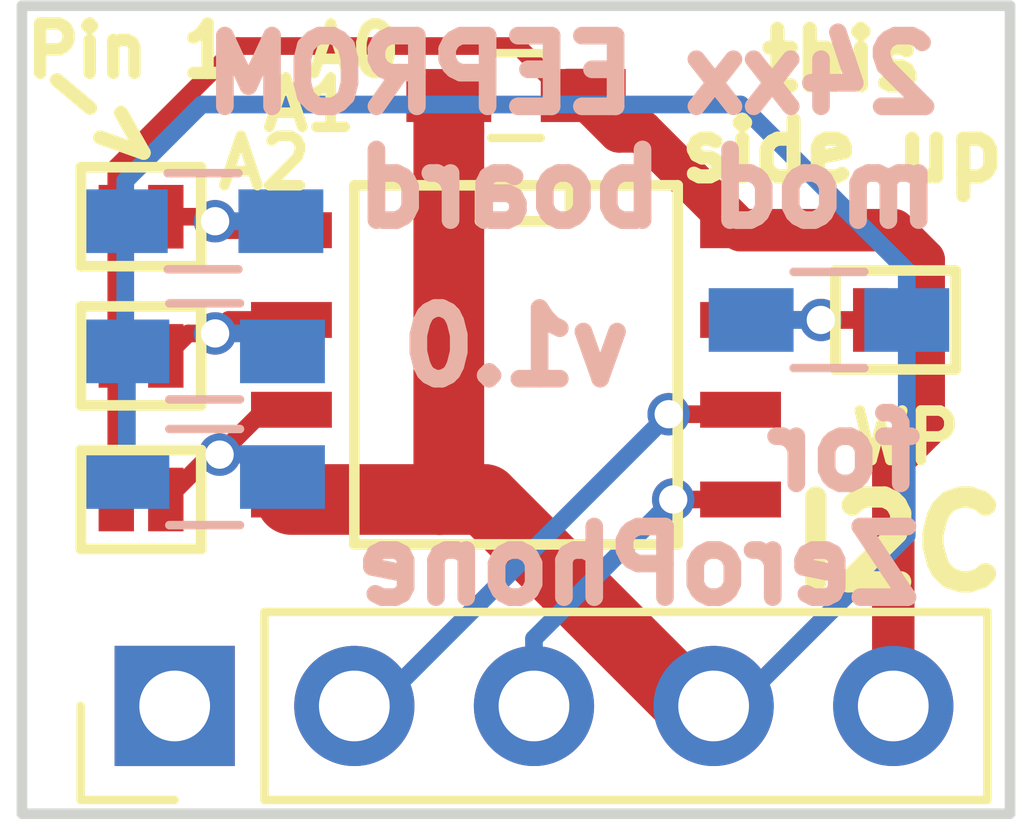
<source format=kicad_pcb>
(kicad_pcb (version 4) (host pcbnew 4.0.6)

  (general
    (links 22)
    (no_connects 3)
    (area 166.929999 110.414999 181.050001 121.995001)
    (thickness 1.6)
    (drawings 11)
    (tracks 67)
    (zones 0)
    (modules 11)
    (nets 9)
  )

  (page A4)
  (layers
    (0 F.Cu signal)
    (31 B.Cu signal)
    (32 B.Adhes user)
    (33 F.Adhes user)
    (34 B.Paste user)
    (35 F.Paste user)
    (36 B.SilkS user)
    (37 F.SilkS user)
    (38 B.Mask user)
    (39 F.Mask user)
    (40 Dwgs.User user)
    (41 Cmts.User user)
    (42 Eco1.User user)
    (43 Eco2.User user)
    (44 Edge.Cuts user)
    (45 Margin user)
    (46 B.CrtYd user)
    (47 F.CrtYd user)
    (48 B.Fab user)
    (49 F.Fab user)
  )

  (setup
    (last_trace_width 0.25)
    (user_trace_width 0.25)
    (user_trace_width 0.4)
    (user_trace_width 0.5)
    (user_trace_width 0.6)
    (user_trace_width 0.8)
    (user_trace_width 1)
    (trace_clearance 0.2)
    (zone_clearance 0.25)
    (zone_45_only no)
    (trace_min 0.2)
    (segment_width 0.2)
    (edge_width 0.15)
    (via_size 0.6)
    (via_drill 0.4)
    (via_min_size 0.4)
    (via_min_drill 0.3)
    (uvia_size 0.3)
    (uvia_drill 0.1)
    (uvias_allowed no)
    (uvia_min_size 0.2)
    (uvia_min_drill 0.1)
    (pcb_text_width 0.3)
    (pcb_text_size 1.5 1.5)
    (mod_edge_width 0.15)
    (mod_text_size 1 1)
    (mod_text_width 0.15)
    (pad_size 1.524 1.524)
    (pad_drill 0.762)
    (pad_to_mask_clearance 0.2)
    (aux_axis_origin 181.356 110.109)
    (visible_elements 7FFFFF7F)
    (pcbplotparams
      (layerselection 0x010f0_80000001)
      (usegerberextensions true)
      (usegerberattributes true)
      (excludeedgelayer true)
      (linewidth 0.100000)
      (plotframeref false)
      (viasonmask false)
      (mode 1)
      (useauxorigin true)
      (hpglpennumber 1)
      (hpglpenspeed 20)
      (hpglpendiameter 15)
      (hpglpenoverlay 2)
      (psnegative false)
      (psa4output false)
      (plotreference true)
      (plotvalue true)
      (plotinvisibletext false)
      (padsonsilk false)
      (subtractmaskfromsilk false)
      (outputformat 1)
      (mirror false)
      (drillshape 0)
      (scaleselection 1)
      (outputdirectory gerbers/))
  )

  (net 0 "")
  (net 1 VCC)
  (net 2 GND)
  (net 3 SCL)
  (net 4 SDA)
  (net 5 "Net-(J2-Pad1)")
  (net 6 "Net-(J3-Pad1)")
  (net 7 "Net-(J4-Pad1)")
  (net 8 "Net-(J5-Pad2)")

  (net_class Default "This is the default net class."
    (clearance 0.2)
    (trace_width 0.25)
    (via_dia 0.6)
    (via_drill 0.4)
    (uvia_dia 0.3)
    (uvia_drill 0.1)
    (add_net GND)
    (add_net "Net-(J2-Pad1)")
    (add_net "Net-(J3-Pad1)")
    (add_net "Net-(J4-Pad1)")
    (add_net "Net-(J5-Pad2)")
    (add_net SCL)
    (add_net SDA)
    (add_net VCC)
  )

  (module Capacitors_SMD:C_0603_HandSoldering (layer F.Cu) (tedit 59A3F8B5) (tstamp 5960AD81)
    (at 173.99 111.76 180)
    (descr "Capacitor SMD 0603, hand soldering")
    (tags "capacitor 0603")
    (path /5960AC6C)
    (attr smd)
    (fp_text reference C1 (at 0 -1.25 180) (layer F.SilkS) hide
      (effects (font (size 1 1) (thickness 0.15)))
    )
    (fp_text value C (at 0 1.5 180) (layer F.Fab) hide
      (effects (font (size 1 1) (thickness 0.15)))
    )
    (fp_text user %R (at 0 -1.25 180) (layer F.Fab) hide
      (effects (font (size 1 1) (thickness 0.15)))
    )
    (fp_line (start -0.8 0.4) (end -0.8 -0.4) (layer F.Fab) (width 0.1))
    (fp_line (start 0.8 0.4) (end -0.8 0.4) (layer F.Fab) (width 0.1))
    (fp_line (start 0.8 -0.4) (end 0.8 0.4) (layer F.Fab) (width 0.1))
    (fp_line (start -0.8 -0.4) (end 0.8 -0.4) (layer F.Fab) (width 0.1))
    (fp_line (start -0.35 -0.6) (end 0.35 -0.6) (layer F.SilkS) (width 0.12))
    (fp_line (start 0.35 0.6) (end -0.35 0.6) (layer F.SilkS) (width 0.12))
    (fp_line (start -1.8 -0.65) (end 1.8 -0.65) (layer F.CrtYd) (width 0.05))
    (fp_line (start -1.8 -0.65) (end -1.8 0.65) (layer F.CrtYd) (width 0.05))
    (fp_line (start 1.8 0.65) (end 1.8 -0.65) (layer F.CrtYd) (width 0.05))
    (fp_line (start 1.8 0.65) (end -1.8 0.65) (layer F.CrtYd) (width 0.05))
    (pad 1 smd rect (at -0.95 0 180) (size 1.2 0.75) (layers F.Cu F.Paste F.Mask)
      (net 1 VCC))
    (pad 2 smd rect (at 0.95 0 180) (size 1.2 0.75) (layers F.Cu F.Paste F.Mask)
      (net 2 GND))
    (model Capacitors_SMD.3dshapes/C_0603.wrl
      (at (xyz 0 0 0))
      (scale (xyz 1 1 1))
      (rotate (xyz 0 0 0))
    )
  )

  (module Pin_Headers:Pin_Header_Straight_1x05_Pitch2.54mm (layer F.Cu) (tedit 59A3FC28) (tstamp 5960AD8A)
    (at 169.164 120.396 90)
    (descr "Through hole straight pin header, 1x05, 2.54mm pitch, single row")
    (tags "Through hole pin header THT 1x05 2.54mm single row")
    (path /5960AD02)
    (fp_text reference J1 (at 0 -2.33 90) (layer F.SilkS) hide
      (effects (font (size 1 1) (thickness 0.15)))
    )
    (fp_text value EXPANSION_BOTTOM (at 0 12.49 90) (layer F.Fab) hide
      (effects (font (size 1 1) (thickness 0.15)))
    )
    (fp_line (start -1.27 -1.27) (end -1.27 11.43) (layer F.Fab) (width 0.1))
    (fp_line (start -1.27 11.43) (end 1.27 11.43) (layer F.Fab) (width 0.1))
    (fp_line (start 1.27 11.43) (end 1.27 -1.27) (layer F.Fab) (width 0.1))
    (fp_line (start 1.27 -1.27) (end -1.27 -1.27) (layer F.Fab) (width 0.1))
    (fp_line (start -1.33 1.27) (end -1.33 11.49) (layer F.SilkS) (width 0.12))
    (fp_line (start -1.33 11.49) (end 1.33 11.49) (layer F.SilkS) (width 0.12))
    (fp_line (start 1.33 11.49) (end 1.33 1.27) (layer F.SilkS) (width 0.12))
    (fp_line (start 1.33 1.27) (end -1.33 1.27) (layer F.SilkS) (width 0.12))
    (fp_line (start -1.33 0) (end -1.33 -1.33) (layer F.SilkS) (width 0.12))
    (fp_line (start -1.33 -1.33) (end 0 -1.33) (layer F.SilkS) (width 0.12))
    (fp_line (start -1.8 -1.8) (end -1.8 11.95) (layer F.CrtYd) (width 0.05))
    (fp_line (start -1.8 11.95) (end 1.8 11.95) (layer F.CrtYd) (width 0.05))
    (fp_line (start 1.8 11.95) (end 1.8 -1.8) (layer F.CrtYd) (width 0.05))
    (fp_line (start 1.8 -1.8) (end -1.8 -1.8) (layer F.CrtYd) (width 0.05))
    (fp_text user %R (at 0 -2.33 90) (layer F.Fab) hide
      (effects (font (size 1 1) (thickness 0.15)))
    )
    (pad 1 thru_hole rect (at 0 0 90) (size 1.7 1.7) (drill 1) (layers *.Cu *.Mask))
    (pad 2 thru_hole oval (at 0 2.54 90) (size 1.7 1.7) (drill 1) (layers *.Cu *.Mask)
      (net 3 SCL))
    (pad 3 thru_hole oval (at 0 5.08 90) (size 1.7 1.7) (drill 1) (layers *.Cu *.Mask)
      (net 4 SDA))
    (pad 4 thru_hole oval (at 0 7.62 90) (size 1.7 1.7) (drill 1) (layers *.Cu *.Mask)
      (net 2 GND))
    (pad 5 thru_hole oval (at 0 10.16 90) (size 1.7 1.7) (drill 1) (layers *.Cu *.Mask)
      (net 1 VCC))
  )

  (module footprints:GS2_SMALL (layer F.Cu) (tedit 59A3F801) (tstamp 59A3F75D)
    (at 168.3385 113.4745 270)
    (descr "3-pin solder bridge")
    (tags "solder bridge")
    (path /59A3F384)
    (attr smd)
    (fp_text reference J2 (at -1.8 -0.3 540) (layer F.SilkS) hide
      (effects (font (size 1 1) (thickness 0.15)))
    )
    (fp_text value A0 (at -2.3495 -3.3655 360) (layer F.SilkS)
      (effects (font (size 0.7 0.7) (thickness 0.15)))
    )
    (fp_line (start -1 -1.5) (end -1 0.8) (layer F.CrtYd) (width 0.15))
    (fp_line (start 1 0.8) (end 1 -1.5) (layer F.CrtYd) (width 0.15))
    (fp_line (start 1 0.8) (end -1 0.8) (layer F.CrtYd) (width 0.15))
    (fp_line (start 0.7 0.5) (end 0.7 -1.2) (layer F.SilkS) (width 0.15))
    (fp_line (start -0.7 0.5) (end 0.7 0.5) (layer F.SilkS) (width 0.15))
    (fp_line (start -0.7 -1.2) (end -0.7 0.5) (layer F.SilkS) (width 0.15))
    (fp_line (start -0.7 0.5) (end 0.7 0.5) (layer F.SilkS) (width 0.15))
    (fp_line (start -1 -1.5) (end 1 -1.5) (layer F.CrtYd) (width 0.15))
    (fp_line (start -0.7 -1.2) (end 0.7 -1.2) (layer F.SilkS) (width 0.15))
    (pad 1 smd rect (at 0 -0.7 270) (size 0.9 0.5) (layers F.Cu F.Paste F.Mask)
      (net 5 "Net-(J2-Pad1)"))
    (pad 2 smd rect (at 0 0 270) (size 0.9 0.5) (layers F.Cu F.Paste F.Mask)
      (net 1 VCC))
  )

  (module footprints:GS2_SMALL (layer F.Cu) (tedit 59A3F807) (tstamp 59A3F763)
    (at 168.3385 115.443 270)
    (descr "3-pin solder bridge")
    (tags "solder bridge")
    (path /59A3F449)
    (attr smd)
    (fp_text reference J3 (at -1.8 -0.3 360) (layer F.SilkS) hide
      (effects (font (size 1 1) (thickness 0.15)))
    )
    (fp_text value A1 (at -3.556 -2.7305 360) (layer F.SilkS)
      (effects (font (size 0.7 0.7) (thickness 0.15)))
    )
    (fp_line (start -1 -1.5) (end -1 0.8) (layer F.CrtYd) (width 0.15))
    (fp_line (start 1 0.8) (end 1 -1.5) (layer F.CrtYd) (width 0.15))
    (fp_line (start 1 0.8) (end -1 0.8) (layer F.CrtYd) (width 0.15))
    (fp_line (start 0.7 0.5) (end 0.7 -1.2) (layer F.SilkS) (width 0.15))
    (fp_line (start -0.7 0.5) (end 0.7 0.5) (layer F.SilkS) (width 0.15))
    (fp_line (start -0.7 -1.2) (end -0.7 0.5) (layer F.SilkS) (width 0.15))
    (fp_line (start -0.7 0.5) (end 0.7 0.5) (layer F.SilkS) (width 0.15))
    (fp_line (start -1 -1.5) (end 1 -1.5) (layer F.CrtYd) (width 0.15))
    (fp_line (start -0.7 -1.2) (end 0.7 -1.2) (layer F.SilkS) (width 0.15))
    (pad 1 smd rect (at 0 -0.7 270) (size 0.9 0.5) (layers F.Cu F.Paste F.Mask)
      (net 6 "Net-(J3-Pad1)"))
    (pad 2 smd rect (at 0 0 270) (size 0.9 0.5) (layers F.Cu F.Paste F.Mask)
      (net 1 VCC))
  )

  (module footprints:GS2_SMALL (layer F.Cu) (tedit 59A3F7F4) (tstamp 59A3F769)
    (at 168.3385 117.475 270)
    (descr "3-pin solder bridge")
    (tags "solder bridge")
    (path /59A3F46E)
    (attr smd)
    (fp_text reference J4 (at -1.8 -0.3 360) (layer F.SilkS) hide
      (effects (font (size 1 1) (thickness 0.15)))
    )
    (fp_text value A2 (at -4.7625 -2.0955 360) (layer F.SilkS)
      (effects (font (size 0.7 0.7) (thickness 0.15)))
    )
    (fp_line (start -1 -1.5) (end -1 0.8) (layer F.CrtYd) (width 0.15))
    (fp_line (start 1 0.8) (end 1 -1.5) (layer F.CrtYd) (width 0.15))
    (fp_line (start 1 0.8) (end -1 0.8) (layer F.CrtYd) (width 0.15))
    (fp_line (start 0.7 0.5) (end 0.7 -1.2) (layer F.SilkS) (width 0.15))
    (fp_line (start -0.7 0.5) (end 0.7 0.5) (layer F.SilkS) (width 0.15))
    (fp_line (start -0.7 -1.2) (end -0.7 0.5) (layer F.SilkS) (width 0.15))
    (fp_line (start -0.7 0.5) (end 0.7 0.5) (layer F.SilkS) (width 0.15))
    (fp_line (start -1 -1.5) (end 1 -1.5) (layer F.CrtYd) (width 0.15))
    (fp_line (start -0.7 -1.2) (end 0.7 -1.2) (layer F.SilkS) (width 0.15))
    (pad 1 smd rect (at 0 -0.7 270) (size 0.9 0.5) (layers F.Cu F.Paste F.Mask)
      (net 7 "Net-(J4-Pad1)"))
    (pad 2 smd rect (at 0 0 270) (size 0.9 0.5) (layers F.Cu F.Paste F.Mask)
      (net 1 VCC))
  )

  (module footprints:GS2_SMALL (layer F.Cu) (tedit 59A3F8EE) (tstamp 59A3F76F)
    (at 179.005 114.935 270)
    (descr "3-pin solder bridge")
    (tags "solder bridge")
    (path /59A3F89C)
    (attr smd)
    (fp_text reference J5 (at -1.8 -0.3 540) (layer F.SilkS) hide
      (effects (font (size 1 1) (thickness 0.15)))
    )
    (fp_text value WP (at 1.665 -0.495 540) (layer F.SilkS)
      (effects (font (size 0.7 0.7) (thickness 0.15)))
    )
    (fp_line (start -1 -1.5) (end -1 0.8) (layer F.CrtYd) (width 0.15))
    (fp_line (start 1 0.8) (end 1 -1.5) (layer F.CrtYd) (width 0.15))
    (fp_line (start 1 0.8) (end -1 0.8) (layer F.CrtYd) (width 0.15))
    (fp_line (start 0.7 0.5) (end 0.7 -1.2) (layer F.SilkS) (width 0.15))
    (fp_line (start -0.7 0.5) (end 0.7 0.5) (layer F.SilkS) (width 0.15))
    (fp_line (start -0.7 -1.2) (end -0.7 0.5) (layer F.SilkS) (width 0.15))
    (fp_line (start -0.7 0.5) (end 0.7 0.5) (layer F.SilkS) (width 0.15))
    (fp_line (start -1 -1.5) (end 1 -1.5) (layer F.CrtYd) (width 0.15))
    (fp_line (start -0.7 -1.2) (end 0.7 -1.2) (layer F.SilkS) (width 0.15))
    (pad 1 smd rect (at 0 -0.7 270) (size 0.9 0.5) (layers F.Cu F.Paste F.Mask)
      (net 1 VCC))
    (pad 2 smd rect (at 0 0 270) (size 0.9 0.5) (layers F.Cu F.Paste F.Mask)
      (net 8 "Net-(J5-Pad2)"))
  )

  (module Resistors_SMD:R_0603_HandSoldering (layer B.Cu) (tedit 59A3F8D8) (tstamp 59A3F775)
    (at 169.588 117.1575 180)
    (descr "Resistor SMD 0603, hand soldering")
    (tags "resistor 0603")
    (path /59A3F508)
    (attr smd)
    (fp_text reference R1 (at 0 1.45 180) (layer B.SilkS) hide
      (effects (font (size 1 1) (thickness 0.15)) (justify mirror))
    )
    (fp_text value 10K (at 0 -1.55 180) (layer B.Fab) hide
      (effects (font (size 1 1) (thickness 0.15)) (justify mirror))
    )
    (fp_text user %R (at 0 0 180) (layer B.Fab)
      (effects (font (size 0.4 0.4) (thickness 0.075)) (justify mirror))
    )
    (fp_line (start -0.8 -0.4) (end -0.8 0.4) (layer B.Fab) (width 0.1))
    (fp_line (start 0.8 -0.4) (end -0.8 -0.4) (layer B.Fab) (width 0.1))
    (fp_line (start 0.8 0.4) (end 0.8 -0.4) (layer B.Fab) (width 0.1))
    (fp_line (start -0.8 0.4) (end 0.8 0.4) (layer B.Fab) (width 0.1))
    (fp_line (start 0.5 -0.68) (end -0.5 -0.68) (layer B.SilkS) (width 0.12))
    (fp_line (start -0.5 0.68) (end 0.5 0.68) (layer B.SilkS) (width 0.12))
    (fp_line (start -1.96 0.7) (end 1.95 0.7) (layer B.CrtYd) (width 0.05))
    (fp_line (start -1.96 0.7) (end -1.96 -0.7) (layer B.CrtYd) (width 0.05))
    (fp_line (start 1.95 -0.7) (end 1.95 0.7) (layer B.CrtYd) (width 0.05))
    (fp_line (start 1.95 -0.7) (end -1.96 -0.7) (layer B.CrtYd) (width 0.05))
    (pad 1 smd rect (at -1.1 0 180) (size 1.2 0.9) (layers B.Cu B.Paste B.Mask)
      (net 7 "Net-(J4-Pad1)"))
    (pad 2 smd rect (at 1.1 0 180) (size 1.2 0.9) (layers B.Cu B.Paste B.Mask)
      (net 2 GND))
    (model ${KISYS3DMOD}/Resistors_SMD.3dshapes/R_0603.wrl
      (at (xyz 0 0 0))
      (scale (xyz 1 1 1))
      (rotate (xyz 0 0 0))
    )
  )

  (module Resistors_SMD:R_0603_HandSoldering (layer B.Cu) (tedit 59A3F8DD) (tstamp 59A3F77B)
    (at 169.588 115.3795 180)
    (descr "Resistor SMD 0603, hand soldering")
    (tags "resistor 0603")
    (path /59A3F5E4)
    (attr smd)
    (fp_text reference R2 (at 0 1.45 180) (layer B.SilkS) hide
      (effects (font (size 1 1) (thickness 0.15)) (justify mirror))
    )
    (fp_text value 10K (at 0 -1.55 180) (layer B.Fab) hide
      (effects (font (size 1 1) (thickness 0.15)) (justify mirror))
    )
    (fp_text user %R (at 0 0 180) (layer B.Fab)
      (effects (font (size 0.4 0.4) (thickness 0.075)) (justify mirror))
    )
    (fp_line (start -0.8 -0.4) (end -0.8 0.4) (layer B.Fab) (width 0.1))
    (fp_line (start 0.8 -0.4) (end -0.8 -0.4) (layer B.Fab) (width 0.1))
    (fp_line (start 0.8 0.4) (end 0.8 -0.4) (layer B.Fab) (width 0.1))
    (fp_line (start -0.8 0.4) (end 0.8 0.4) (layer B.Fab) (width 0.1))
    (fp_line (start 0.5 -0.68) (end -0.5 -0.68) (layer B.SilkS) (width 0.12))
    (fp_line (start -0.5 0.68) (end 0.5 0.68) (layer B.SilkS) (width 0.12))
    (fp_line (start -1.96 0.7) (end 1.95 0.7) (layer B.CrtYd) (width 0.05))
    (fp_line (start -1.96 0.7) (end -1.96 -0.7) (layer B.CrtYd) (width 0.05))
    (fp_line (start 1.95 -0.7) (end 1.95 0.7) (layer B.CrtYd) (width 0.05))
    (fp_line (start 1.95 -0.7) (end -1.96 -0.7) (layer B.CrtYd) (width 0.05))
    (pad 1 smd rect (at -1.1 0 180) (size 1.2 0.9) (layers B.Cu B.Paste B.Mask)
      (net 6 "Net-(J3-Pad1)"))
    (pad 2 smd rect (at 1.1 0 180) (size 1.2 0.9) (layers B.Cu B.Paste B.Mask)
      (net 2 GND))
    (model ${KISYS3DMOD}/Resistors_SMD.3dshapes/R_0603.wrl
      (at (xyz 0 0 0))
      (scale (xyz 1 1 1))
      (rotate (xyz 0 0 0))
    )
  )

  (module Resistors_SMD:R_0603_HandSoldering (layer B.Cu) (tedit 59A3F8D1) (tstamp 59A3F781)
    (at 169.5655 113.538 180)
    (descr "Resistor SMD 0603, hand soldering")
    (tags "resistor 0603")
    (path /59A3F5B0)
    (attr smd)
    (fp_text reference R3 (at 0 1.45 180) (layer B.SilkS) hide
      (effects (font (size 1 1) (thickness 0.15)) (justify mirror))
    )
    (fp_text value 10K (at 0 -1.55 180) (layer B.Fab) hide
      (effects (font (size 1 1) (thickness 0.15)) (justify mirror))
    )
    (fp_text user %R (at 0 0 180) (layer B.Fab)
      (effects (font (size 0.4 0.4) (thickness 0.075)) (justify mirror))
    )
    (fp_line (start -0.8 -0.4) (end -0.8 0.4) (layer B.Fab) (width 0.1))
    (fp_line (start 0.8 -0.4) (end -0.8 -0.4) (layer B.Fab) (width 0.1))
    (fp_line (start 0.8 0.4) (end 0.8 -0.4) (layer B.Fab) (width 0.1))
    (fp_line (start -0.8 0.4) (end 0.8 0.4) (layer B.Fab) (width 0.1))
    (fp_line (start 0.5 -0.68) (end -0.5 -0.68) (layer B.SilkS) (width 0.12))
    (fp_line (start -0.5 0.68) (end 0.5 0.68) (layer B.SilkS) (width 0.12))
    (fp_line (start -1.96 0.7) (end 1.95 0.7) (layer B.CrtYd) (width 0.05))
    (fp_line (start -1.96 0.7) (end -1.96 -0.7) (layer B.CrtYd) (width 0.05))
    (fp_line (start 1.95 -0.7) (end 1.95 0.7) (layer B.CrtYd) (width 0.05))
    (fp_line (start 1.95 -0.7) (end -1.96 -0.7) (layer B.CrtYd) (width 0.05))
    (pad 1 smd rect (at -1.1 0 180) (size 1.2 0.9) (layers B.Cu B.Paste B.Mask)
      (net 5 "Net-(J2-Pad1)"))
    (pad 2 smd rect (at 1.1 0 180) (size 1.2 0.9) (layers B.Cu B.Paste B.Mask)
      (net 2 GND))
    (model ${KISYS3DMOD}/Resistors_SMD.3dshapes/R_0603.wrl
      (at (xyz 0 0 0))
      (scale (xyz 1 1 1))
      (rotate (xyz 0 0 0))
    )
  )

  (module Resistors_SMD:R_0603_HandSoldering (layer B.Cu) (tedit 59A3F892) (tstamp 59A3F787)
    (at 178.4145 114.935)
    (descr "Resistor SMD 0603, hand soldering")
    (tags "resistor 0603")
    (path /59A3FB80)
    (attr smd)
    (fp_text reference R4 (at 0 1.45) (layer B.SilkS) hide
      (effects (font (size 1 1) (thickness 0.15)) (justify mirror))
    )
    (fp_text value 10K (at 0 -1.55) (layer B.Fab) hide
      (effects (font (size 1 1) (thickness 0.15)) (justify mirror))
    )
    (fp_text user %R (at 0 0) (layer B.Fab)
      (effects (font (size 0.4 0.4) (thickness 0.075)) (justify mirror))
    )
    (fp_line (start -0.8 -0.4) (end -0.8 0.4) (layer B.Fab) (width 0.1))
    (fp_line (start 0.8 -0.4) (end -0.8 -0.4) (layer B.Fab) (width 0.1))
    (fp_line (start 0.8 0.4) (end 0.8 -0.4) (layer B.Fab) (width 0.1))
    (fp_line (start -0.8 0.4) (end 0.8 0.4) (layer B.Fab) (width 0.1))
    (fp_line (start 0.5 -0.68) (end -0.5 -0.68) (layer B.SilkS) (width 0.12))
    (fp_line (start -0.5 0.68) (end 0.5 0.68) (layer B.SilkS) (width 0.12))
    (fp_line (start -1.96 0.7) (end 1.95 0.7) (layer B.CrtYd) (width 0.05))
    (fp_line (start -1.96 0.7) (end -1.96 -0.7) (layer B.CrtYd) (width 0.05))
    (fp_line (start 1.95 -0.7) (end 1.95 0.7) (layer B.CrtYd) (width 0.05))
    (fp_line (start 1.95 -0.7) (end -1.96 -0.7) (layer B.CrtYd) (width 0.05))
    (pad 1 smd rect (at -1.1 0) (size 1.2 0.9) (layers B.Cu B.Paste B.Mask)
      (net 8 "Net-(J5-Pad2)"))
    (pad 2 smd rect (at 1.1 0) (size 1.2 0.9) (layers B.Cu B.Paste B.Mask)
      (net 2 GND))
    (model ${KISYS3DMOD}/Resistors_SMD.3dshapes/R_0603.wrl
      (at (xyz 0 0 0))
      (scale (xyz 1 1 1))
      (rotate (xyz 0 0 0))
    )
  )

  (module SMD_Packages:SOIC-8-N (layer F.Cu) (tedit 59A3F8AE) (tstamp 59A3F7CA)
    (at 173.99 115.57 270)
    (descr "Module Narrow CMS SOJ 8 pins large")
    (tags "CMS SOJ")
    (path /59A3F2DA)
    (attr smd)
    (fp_text reference U1 (at 0 -1.27 270) (layer F.SilkS) hide
      (effects (font (size 1 1) (thickness 0.15)))
    )
    (fp_text value 24LC00 (at 0 1.27 270) (layer F.Fab) hide
      (effects (font (size 1 1) (thickness 0.15)))
    )
    (fp_line (start -2.54 -2.286) (end 2.54 -2.286) (layer F.SilkS) (width 0.15))
    (fp_line (start 2.54 -2.286) (end 2.54 2.286) (layer F.SilkS) (width 0.15))
    (fp_line (start 2.54 2.286) (end -2.54 2.286) (layer F.SilkS) (width 0.15))
    (fp_line (start -2.54 2.286) (end -2.54 -2.286) (layer F.SilkS) (width 0.15))
    (fp_line (start -2.54 -0.762) (end -2.032 -0.762) (layer F.SilkS) (width 0.15))
    (fp_line (start -2.032 -0.762) (end -2.032 0.508) (layer F.SilkS) (width 0.15))
    (fp_line (start -2.032 0.508) (end -2.54 0.508) (layer F.SilkS) (width 0.15))
    (pad 8 smd rect (at -1.905 -3.175 270) (size 0.508 1.143) (layers F.Cu F.Paste F.Mask)
      (net 1 VCC))
    (pad 7 smd rect (at -0.635 -3.175 270) (size 0.508 1.143) (layers F.Cu F.Paste F.Mask)
      (net 8 "Net-(J5-Pad2)"))
    (pad 6 smd rect (at 0.635 -3.175 270) (size 0.508 1.143) (layers F.Cu F.Paste F.Mask)
      (net 3 SCL))
    (pad 5 smd rect (at 1.905 -3.175 270) (size 0.508 1.143) (layers F.Cu F.Paste F.Mask)
      (net 4 SDA))
    (pad 4 smd rect (at 1.905 3.175 270) (size 0.508 1.143) (layers F.Cu F.Paste F.Mask)
      (net 2 GND))
    (pad 3 smd rect (at 0.635 3.175 270) (size 0.508 1.143) (layers F.Cu F.Paste F.Mask)
      (net 7 "Net-(J4-Pad1)"))
    (pad 2 smd rect (at -0.635 3.175 270) (size 0.508 1.143) (layers F.Cu F.Paste F.Mask)
      (net 6 "Net-(J3-Pad1)"))
    (pad 1 smd rect (at -1.905 3.175 270) (size 0.508 1.143) (layers F.Cu F.Paste F.Mask)
      (net 5 "Net-(J2-Pad1)"))
    (model SMD_Packages.3dshapes/SOIC-8-N.wrl
      (at (xyz 0 0 0))
      (scale (xyz 0.5 0.38 0.5))
      (rotate (xyz 0 0 0))
    )
  )

  (gr_text "this\nside up" (at 178.6 111.9) (layer F.SilkS)
    (effects (font (size 0.8 0.8) (thickness 0.2)))
  )
  (gr_text I2C (at 179.4 118.1 360) (layer F.SilkS)
    (effects (font (size 1.2 1.2) (thickness 0.3)))
  )
  (gr_text -> (at 168.148 112.014 320) (layer F.SilkS)
    (effects (font (size 0.8 0.8) (thickness 0.2)))
  )
  (gr_text "Pin 1" (at 168.529 111.125) (layer F.SilkS)
    (effects (font (size 0.7 0.7) (thickness 0.175)))
  )
  (gr_text v1.0 (at 173.99 115.316) (layer B.SilkS)
    (effects (font (size 1 1) (thickness 0.25)) (justify mirror))
  )
  (gr_text "for\nZeroPhone" (at 179.832 117.602) (layer B.SilkS)
    (effects (font (size 1 1) (thickness 0.25)) (justify left mirror))
  )
  (gr_text "24xx EEPROM\nmod board" (at 180.086 112.268) (layer B.SilkS)
    (effects (font (size 1 1) (thickness 0.25)) (justify left mirror))
  )
  (gr_line (start 180.975 121.92) (end 167.005 121.92) (layer Edge.Cuts) (width 0.15))
  (gr_line (start 180.975 110.49) (end 180.975 121.92) (layer Edge.Cuts) (width 0.15))
  (gr_line (start 167.005 110.49) (end 180.975 110.49) (layer Edge.Cuts) (width 0.15))
  (gr_line (start 167.005 121.92) (end 167.005 110.49) (layer Edge.Cuts) (width 0.15))

  (segment (start 179.705 114.935) (end 179.705 114.135) (width 0.25) (layer F.Cu) (net 1))
  (segment (start 179.705 114.135) (end 179.755001 114.084999) (width 0.25) (layer F.Cu) (net 1))
  (segment (start 175.768 112.268) (end 175.448 112.268) (width 0.6) (layer F.Cu) (net 1))
  (segment (start 175.448 112.268) (end 174.94 111.76) (width 0.6) (layer F.Cu) (net 1))
  (segment (start 168.3385 112.7745) (end 170.053001 111.059999) (width 0.25) (layer F.Cu) (net 1))
  (segment (start 170.053001 111.059999) (end 174.014999 111.059999) (width 0.25) (layer F.Cu) (net 1))
  (segment (start 174.014999 111.059999) (end 174.715 111.76) (width 0.25) (layer F.Cu) (net 1))
  (segment (start 174.715 111.76) (end 174.94 111.76) (width 0.25) (layer F.Cu) (net 1))
  (segment (start 168.3385 113.4745) (end 168.3385 112.7745) (width 0.25) (layer F.Cu) (net 1))
  (segment (start 174.715 111.506) (end 174.94 111.506) (width 0.25) (layer F.Cu) (net 1))
  (segment (start 175.768 112.268) (end 175.702 112.268) (width 0.6) (layer F.Cu) (net 1))
  (segment (start 168.3385 115.443) (end 168.3385 113.4745) (width 0.25) (layer F.Cu) (net 1))
  (segment (start 168.3385 117.475) (end 168.3385 115.443) (width 0.25) (layer F.Cu) (net 1))
  (segment (start 177.165 113.665) (end 179.335002 113.665) (width 0.6) (layer F.Cu) (net 1))
  (segment (start 179.335002 113.665) (end 179.755001 114.084999) (width 0.6) (layer F.Cu) (net 1))
  (segment (start 179.755001 114.084999) (end 179.755001 116.472499) (width 0.6) (layer F.Cu) (net 1))
  (segment (start 179.755001 116.472499) (end 179.324 116.9035) (width 0.6) (layer F.Cu) (net 1))
  (segment (start 179.324 116.9035) (end 179.324 120.7135) (width 0.6) (layer F.Cu) (net 1))
  (segment (start 175.768 112.268) (end 177.165 113.665) (width 0.6) (layer F.Cu) (net 1))
  (segment (start 173.04 112.268) (end 173.04 111.885009) (width 1) (layer F.Cu) (net 2))
  (segment (start 168.488 115.3795) (end 168.488 117.1575) (width 0.25) (layer B.Cu) (net 2))
  (segment (start 168.4655 113.538) (end 168.4655 115.357) (width 0.25) (layer B.Cu) (net 2))
  (segment (start 168.4655 115.357) (end 168.488 115.3795) (width 0.25) (layer B.Cu) (net 2))
  (segment (start 179.5145 114.935) (end 179.5145 114.235) (width 0.25) (layer B.Cu) (net 2))
  (segment (start 179.5145 114.235) (end 177.1665 111.887) (width 0.25) (layer B.Cu) (net 2))
  (segment (start 177.1665 111.887) (end 169.545 111.887) (width 0.25) (layer B.Cu) (net 2))
  (segment (start 169.545 111.887) (end 168.4655 112.9665) (width 0.25) (layer B.Cu) (net 2))
  (segment (start 168.4655 112.9665) (end 168.4655 113.538) (width 0.25) (layer B.Cu) (net 2))
  (segment (start 176.784 120.7135) (end 179.5145 117.983) (width 0.25) (layer B.Cu) (net 2))
  (segment (start 179.5145 117.983) (end 179.5145 114.935) (width 0.25) (layer B.Cu) (net 2))
  (segment (start 172.9105 117.475) (end 170.815 117.475) (width 1) (layer F.Cu) (net 2))
  (segment (start 173.5455 117.475) (end 172.9105 117.475) (width 1) (layer F.Cu) (net 2))
  (segment (start 173.04 117.3455) (end 173.04 112.268) (width 1) (layer F.Cu) (net 2))
  (segment (start 172.9105 117.475) (end 173.04 117.3455) (width 1) (layer F.Cu) (net 2))
  (segment (start 176.784 120.7135) (end 173.5455 117.475) (width 1) (layer F.Cu) (net 2))
  (segment (start 176.149 116.2685) (end 177.1015 116.2685) (width 0.25) (layer F.Cu) (net 3))
  (segment (start 177.1015 116.2685) (end 177.165 116.205) (width 0.25) (layer F.Cu) (net 3))
  (segment (start 171.704 120.7135) (end 176.149 116.2685) (width 0.25) (layer B.Cu) (net 3))
  (via (at 176.149 116.2685) (size 0.6) (drill 0.4) (layers F.Cu B.Cu) (net 3))
  (segment (start 176.2125 117.475) (end 177.165 117.475) (width 0.25) (layer F.Cu) (net 4))
  (segment (start 174.244 120.7135) (end 174.244 119.4435) (width 0.25) (layer B.Cu) (net 4))
  (segment (start 174.244 119.4435) (end 176.2125 117.475) (width 0.25) (layer B.Cu) (net 4))
  (via (at 176.2125 117.475) (size 0.6) (drill 0.4) (layers F.Cu B.Cu) (net 4))
  (segment (start 170.815 113.665) (end 169.8625 113.665) (width 0.25) (layer F.Cu) (net 5))
  (segment (start 169.8625 113.665) (end 169.7355 113.538) (width 0.25) (layer F.Cu) (net 5))
  (segment (start 169.7355 113.538) (end 170.6655 113.538) (width 0.25) (layer B.Cu) (net 5))
  (segment (start 169.0385 113.4745) (end 169.672 113.4745) (width 0.25) (layer F.Cu) (net 5))
  (segment (start 169.672 113.4745) (end 169.7355 113.538) (width 0.25) (layer F.Cu) (net 5))
  (via (at 169.7355 113.538) (size 0.6) (drill 0.4) (layers F.Cu B.Cu) (net 5))
  (segment (start 169.7355 115.1255) (end 169.356 115.1255) (width 0.25) (layer F.Cu) (net 6))
  (segment (start 169.356 115.1255) (end 169.0385 115.443) (width 0.25) (layer F.Cu) (net 6))
  (segment (start 169.7355 115.1255) (end 170.434 115.1255) (width 0.25) (layer B.Cu) (net 6))
  (segment (start 170.434 115.1255) (end 170.688 115.3795) (width 0.25) (layer B.Cu) (net 6))
  (segment (start 170.815 114.935) (end 169.926 114.935) (width 0.25) (layer F.Cu) (net 6))
  (segment (start 169.926 114.935) (end 169.7355 115.1255) (width 0.25) (layer F.Cu) (net 6))
  (via (at 169.7355 115.1255) (size 0.6) (drill 0.4) (layers F.Cu B.Cu) (net 6))
  (segment (start 169.799 116.84) (end 169.6735 116.84) (width 0.25) (layer F.Cu) (net 7))
  (segment (start 169.6735 116.84) (end 169.0385 117.475) (width 0.25) (layer F.Cu) (net 7))
  (segment (start 169.799 116.84) (end 170.3705 116.84) (width 0.25) (layer B.Cu) (net 7))
  (segment (start 170.3705 116.84) (end 170.688 117.1575) (width 0.25) (layer B.Cu) (net 7))
  (segment (start 170.815 116.205) (end 170.434 116.205) (width 0.25) (layer F.Cu) (net 7))
  (segment (start 170.434 116.205) (end 169.799 116.84) (width 0.25) (layer F.Cu) (net 7))
  (via (at 169.799 116.84) (size 0.6) (drill 0.4) (layers F.Cu B.Cu) (net 7))
  (segment (start 178.3 114.935) (end 177.3145 114.935) (width 0.25) (layer B.Cu) (net 8))
  (segment (start 177.165 114.935) (end 178.3 114.935) (width 0.25) (layer F.Cu) (net 8))
  (segment (start 179.005 114.935) (end 178.3 114.935) (width 0.25) (layer F.Cu) (net 8))
  (via (at 178.3 114.935) (size 0.6) (drill 0.4) (layers F.Cu B.Cu) (net 8))

)

</source>
